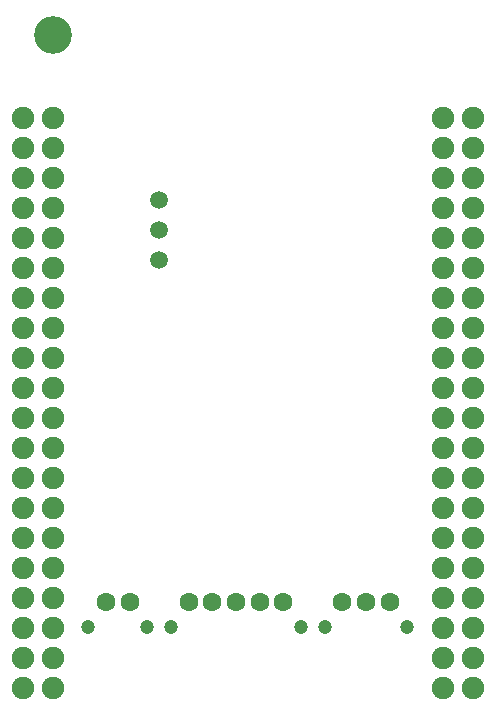
<source format=gbs>
G04 #@! TF.FileFunction,Soldermask,Bot*
%FSLAX46Y46*%
G04 Gerber Fmt 4.6, Leading zero omitted, Abs format (unit mm)*
G04 Created by KiCad (PCBNEW 0.201512291232+6408~40~ubuntu14.04.1-stable) date Sun 27 Mar 2016 17:17:12 BST*
%MOMM*%
G01*
G04 APERTURE LIST*
%ADD10C,0.100000*%
%ADD11C,1.500000*%
%ADD12C,3.200000*%
%ADD13C,1.900000*%
%ADD14C,1.200000*%
%ADD15C,1.600000*%
G04 APERTURE END LIST*
D10*
D11*
X63000000Y-62540000D03*
X63000000Y-60000000D03*
X63000000Y-57460000D03*
D12*
X54000000Y-43500000D03*
D13*
X51470000Y-98730000D03*
X54010000Y-98730000D03*
X54010000Y-96190000D03*
X51470000Y-96190000D03*
X51470000Y-93650000D03*
X54010000Y-93650000D03*
X54010000Y-91110000D03*
X51470000Y-91110000D03*
X51470000Y-88570000D03*
X54010000Y-88570000D03*
X51470000Y-86030000D03*
X51470000Y-83490000D03*
X51470000Y-80950000D03*
X51470000Y-78410000D03*
X51470000Y-75870000D03*
X51470000Y-73330000D03*
X51470000Y-70790000D03*
X51470000Y-68250000D03*
X51470000Y-65710000D03*
X51470000Y-63170000D03*
X51470000Y-60630000D03*
X51470000Y-58090000D03*
X51470000Y-55550000D03*
X51470000Y-53010000D03*
X54010000Y-53010000D03*
X54010000Y-55550000D03*
X54010000Y-58090000D03*
X54010000Y-60630000D03*
X54010000Y-63170000D03*
X54010000Y-65710000D03*
X54010000Y-68250000D03*
X54010000Y-70790000D03*
X54010000Y-73330000D03*
X54010000Y-75870000D03*
X54010000Y-78410000D03*
X54010000Y-80950000D03*
X54010000Y-83490000D03*
X54010000Y-86030000D03*
X51470000Y-50470000D03*
X54010000Y-50470000D03*
X87030000Y-98730000D03*
X89570000Y-98730000D03*
X87030000Y-96190000D03*
X89570000Y-96190000D03*
X89570000Y-93650000D03*
X87030000Y-93650000D03*
X87030000Y-91110000D03*
X89570000Y-91110000D03*
X89570000Y-88570000D03*
X87030000Y-88570000D03*
X87030000Y-86030000D03*
X89570000Y-86030000D03*
X89570000Y-83490000D03*
X87030000Y-83490000D03*
X87030000Y-80950000D03*
X89570000Y-80950000D03*
X89570000Y-78410000D03*
X87030000Y-78410000D03*
X87030000Y-75870000D03*
X89570000Y-75870000D03*
X89570000Y-73330000D03*
X87030000Y-73330000D03*
X87030000Y-70790000D03*
X89570000Y-70790000D03*
X87030000Y-68250000D03*
X89570000Y-68250000D03*
X87030000Y-65710000D03*
X89570000Y-65710000D03*
X87030000Y-63170000D03*
X89570000Y-63170000D03*
X87030000Y-60630000D03*
X89570000Y-60630000D03*
X87030000Y-58090000D03*
X89570000Y-58090000D03*
X87030000Y-55550000D03*
X89570000Y-55550000D03*
X87030000Y-53010000D03*
X89570000Y-53010000D03*
X87030000Y-50470000D03*
X89570000Y-50470000D03*
D14*
X57000000Y-93600000D03*
X62000000Y-93600000D03*
D15*
X58500000Y-91500000D03*
X60500000Y-91500000D03*
D14*
X64000000Y-93600000D03*
X75000000Y-93600000D03*
D15*
X65500000Y-91500000D03*
X67500000Y-91500000D03*
X69500000Y-91500000D03*
X71500000Y-91500000D03*
X73500000Y-91500000D03*
D14*
X77000000Y-93600000D03*
X84000000Y-93600000D03*
D15*
X78500000Y-91500000D03*
X80500000Y-91500000D03*
X82500000Y-91500000D03*
M02*

</source>
